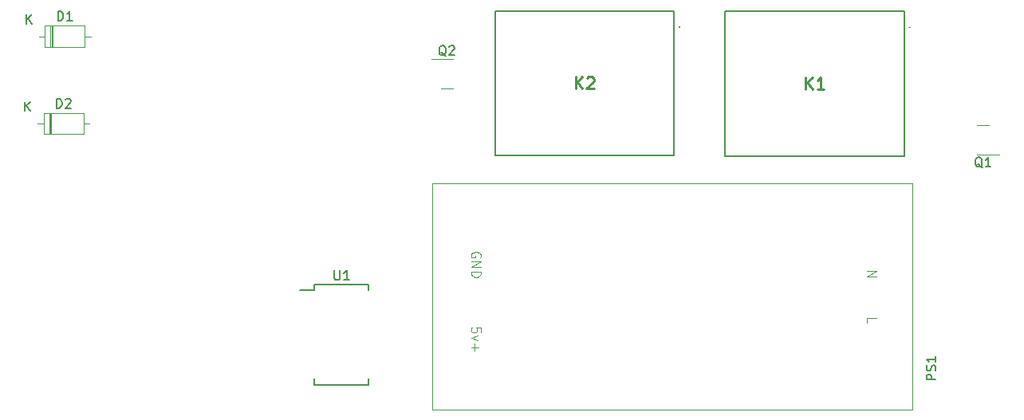
<source format=gbr>
%TF.GenerationSoftware,KiCad,Pcbnew,7.0.7*%
%TF.CreationDate,2023-12-17T16:56:00-07:00*%
%TF.ProjectId,Blank Cu Board,426c616e-6b20-4437-9520-426f6172642e,rev?*%
%TF.SameCoordinates,Original*%
%TF.FileFunction,Legend,Top*%
%TF.FilePolarity,Positive*%
%FSLAX46Y46*%
G04 Gerber Fmt 4.6, Leading zero omitted, Abs format (unit mm)*
G04 Created by KiCad (PCBNEW 7.0.7) date 2023-12-17 16:56:00*
%MOMM*%
%LPD*%
G01*
G04 APERTURE LIST*
%ADD10C,0.150000*%
%ADD11C,0.100000*%
%ADD12C,0.254000*%
%ADD13C,0.120000*%
%ADD14C,0.200000*%
G04 APERTURE END LIST*
D10*
X194774819Y-105814285D02*
X193774819Y-105814285D01*
X193774819Y-105814285D02*
X193774819Y-105433333D01*
X193774819Y-105433333D02*
X193822438Y-105338095D01*
X193822438Y-105338095D02*
X193870057Y-105290476D01*
X193870057Y-105290476D02*
X193965295Y-105242857D01*
X193965295Y-105242857D02*
X194108152Y-105242857D01*
X194108152Y-105242857D02*
X194203390Y-105290476D01*
X194203390Y-105290476D02*
X194251009Y-105338095D01*
X194251009Y-105338095D02*
X194298628Y-105433333D01*
X194298628Y-105433333D02*
X194298628Y-105814285D01*
X194727200Y-104861904D02*
X194774819Y-104719047D01*
X194774819Y-104719047D02*
X194774819Y-104480952D01*
X194774819Y-104480952D02*
X194727200Y-104385714D01*
X194727200Y-104385714D02*
X194679580Y-104338095D01*
X194679580Y-104338095D02*
X194584342Y-104290476D01*
X194584342Y-104290476D02*
X194489104Y-104290476D01*
X194489104Y-104290476D02*
X194393866Y-104338095D01*
X194393866Y-104338095D02*
X194346247Y-104385714D01*
X194346247Y-104385714D02*
X194298628Y-104480952D01*
X194298628Y-104480952D02*
X194251009Y-104671428D01*
X194251009Y-104671428D02*
X194203390Y-104766666D01*
X194203390Y-104766666D02*
X194155771Y-104814285D01*
X194155771Y-104814285D02*
X194060533Y-104861904D01*
X194060533Y-104861904D02*
X193965295Y-104861904D01*
X193965295Y-104861904D02*
X193870057Y-104814285D01*
X193870057Y-104814285D02*
X193822438Y-104766666D01*
X193822438Y-104766666D02*
X193774819Y-104671428D01*
X193774819Y-104671428D02*
X193774819Y-104433333D01*
X193774819Y-104433333D02*
X193822438Y-104290476D01*
X194774819Y-103338095D02*
X194774819Y-103909523D01*
X194774819Y-103623809D02*
X193774819Y-103623809D01*
X193774819Y-103623809D02*
X193917676Y-103719047D01*
X193917676Y-103719047D02*
X194012914Y-103814285D01*
X194012914Y-103814285D02*
X194060533Y-103909523D01*
D11*
X146399961Y-92807693D02*
X146447580Y-92712455D01*
X146447580Y-92712455D02*
X146447580Y-92569598D01*
X146447580Y-92569598D02*
X146399961Y-92426741D01*
X146399961Y-92426741D02*
X146304723Y-92331503D01*
X146304723Y-92331503D02*
X146209485Y-92283884D01*
X146209485Y-92283884D02*
X146019009Y-92236265D01*
X146019009Y-92236265D02*
X145876152Y-92236265D01*
X145876152Y-92236265D02*
X145685676Y-92283884D01*
X145685676Y-92283884D02*
X145590438Y-92331503D01*
X145590438Y-92331503D02*
X145495200Y-92426741D01*
X145495200Y-92426741D02*
X145447580Y-92569598D01*
X145447580Y-92569598D02*
X145447580Y-92664836D01*
X145447580Y-92664836D02*
X145495200Y-92807693D01*
X145495200Y-92807693D02*
X145542819Y-92855312D01*
X145542819Y-92855312D02*
X145876152Y-92855312D01*
X145876152Y-92855312D02*
X145876152Y-92664836D01*
X145447580Y-93283884D02*
X146447580Y-93283884D01*
X146447580Y-93283884D02*
X145447580Y-93855312D01*
X145447580Y-93855312D02*
X146447580Y-93855312D01*
X145447580Y-94331503D02*
X146447580Y-94331503D01*
X146447580Y-94331503D02*
X146447580Y-94569598D01*
X146447580Y-94569598D02*
X146399961Y-94712455D01*
X146399961Y-94712455D02*
X146304723Y-94807693D01*
X146304723Y-94807693D02*
X146209485Y-94855312D01*
X146209485Y-94855312D02*
X146019009Y-94902931D01*
X146019009Y-94902931D02*
X145876152Y-94902931D01*
X145876152Y-94902931D02*
X145685676Y-94855312D01*
X145685676Y-94855312D02*
X145590438Y-94807693D01*
X145590438Y-94807693D02*
X145495200Y-94712455D01*
X145495200Y-94712455D02*
X145447580Y-94569598D01*
X145447580Y-94569598D02*
X145447580Y-94331503D01*
X187447580Y-94283884D02*
X188447580Y-94283884D01*
X188447580Y-94283884D02*
X187447580Y-94855312D01*
X187447580Y-94855312D02*
X188447580Y-94855312D01*
X146447580Y-100760074D02*
X146447580Y-100283884D01*
X146447580Y-100283884D02*
X145971390Y-100236265D01*
X145971390Y-100236265D02*
X146019009Y-100283884D01*
X146019009Y-100283884D02*
X146066628Y-100379122D01*
X146066628Y-100379122D02*
X146066628Y-100617217D01*
X146066628Y-100617217D02*
X146019009Y-100712455D01*
X146019009Y-100712455D02*
X145971390Y-100760074D01*
X145971390Y-100760074D02*
X145876152Y-100807693D01*
X145876152Y-100807693D02*
X145638057Y-100807693D01*
X145638057Y-100807693D02*
X145542819Y-100760074D01*
X145542819Y-100760074D02*
X145495200Y-100712455D01*
X145495200Y-100712455D02*
X145447580Y-100617217D01*
X145447580Y-100617217D02*
X145447580Y-100379122D01*
X145447580Y-100379122D02*
X145495200Y-100283884D01*
X145495200Y-100283884D02*
X145542819Y-100236265D01*
X146114247Y-101141027D02*
X145447580Y-101379122D01*
X145447580Y-101379122D02*
X146114247Y-101617217D01*
X145828533Y-101998170D02*
X145828533Y-102760075D01*
X145447580Y-102379122D02*
X146209485Y-102379122D01*
X187447580Y-99760074D02*
X187447580Y-99283884D01*
X187447580Y-99283884D02*
X188447580Y-99283884D01*
D10*
X101419405Y-76954819D02*
X101419405Y-75954819D01*
X101419405Y-75954819D02*
X101657500Y-75954819D01*
X101657500Y-75954819D02*
X101800357Y-76002438D01*
X101800357Y-76002438D02*
X101895595Y-76097676D01*
X101895595Y-76097676D02*
X101943214Y-76192914D01*
X101943214Y-76192914D02*
X101990833Y-76383390D01*
X101990833Y-76383390D02*
X101990833Y-76526247D01*
X101990833Y-76526247D02*
X101943214Y-76716723D01*
X101943214Y-76716723D02*
X101895595Y-76811961D01*
X101895595Y-76811961D02*
X101800357Y-76907200D01*
X101800357Y-76907200D02*
X101657500Y-76954819D01*
X101657500Y-76954819D02*
X101419405Y-76954819D01*
X102371786Y-76050057D02*
X102419405Y-76002438D01*
X102419405Y-76002438D02*
X102514643Y-75954819D01*
X102514643Y-75954819D02*
X102752738Y-75954819D01*
X102752738Y-75954819D02*
X102847976Y-76002438D01*
X102847976Y-76002438D02*
X102895595Y-76050057D01*
X102895595Y-76050057D02*
X102943214Y-76145295D01*
X102943214Y-76145295D02*
X102943214Y-76240533D01*
X102943214Y-76240533D02*
X102895595Y-76383390D01*
X102895595Y-76383390D02*
X102324167Y-76954819D01*
X102324167Y-76954819D02*
X102943214Y-76954819D01*
X98085595Y-77274819D02*
X98085595Y-76274819D01*
X98657023Y-77274819D02*
X98228452Y-76703390D01*
X98657023Y-76274819D02*
X98085595Y-76846247D01*
X199704761Y-83290057D02*
X199609523Y-83242438D01*
X199609523Y-83242438D02*
X199514285Y-83147200D01*
X199514285Y-83147200D02*
X199371428Y-83004342D01*
X199371428Y-83004342D02*
X199276190Y-82956723D01*
X199276190Y-82956723D02*
X199180952Y-82956723D01*
X199228571Y-83194819D02*
X199133333Y-83147200D01*
X199133333Y-83147200D02*
X199038095Y-83051961D01*
X199038095Y-83051961D02*
X198990476Y-82861485D01*
X198990476Y-82861485D02*
X198990476Y-82528152D01*
X198990476Y-82528152D02*
X199038095Y-82337676D01*
X199038095Y-82337676D02*
X199133333Y-82242438D01*
X199133333Y-82242438D02*
X199228571Y-82194819D01*
X199228571Y-82194819D02*
X199419047Y-82194819D01*
X199419047Y-82194819D02*
X199514285Y-82242438D01*
X199514285Y-82242438D02*
X199609523Y-82337676D01*
X199609523Y-82337676D02*
X199657142Y-82528152D01*
X199657142Y-82528152D02*
X199657142Y-82861485D01*
X199657142Y-82861485D02*
X199609523Y-83051961D01*
X199609523Y-83051961D02*
X199514285Y-83147200D01*
X199514285Y-83147200D02*
X199419047Y-83194819D01*
X199419047Y-83194819D02*
X199228571Y-83194819D01*
X200609523Y-83194819D02*
X200038095Y-83194819D01*
X200323809Y-83194819D02*
X200323809Y-82194819D01*
X200323809Y-82194819D02*
X200228571Y-82337676D01*
X200228571Y-82337676D02*
X200133333Y-82432914D01*
X200133333Y-82432914D02*
X200038095Y-82480533D01*
D12*
X180962618Y-74934318D02*
X180962618Y-73664318D01*
X181688333Y-74934318D02*
X181144047Y-74208603D01*
X181688333Y-73664318D02*
X180962618Y-74390032D01*
X182897857Y-74934318D02*
X182172142Y-74934318D01*
X182534999Y-74934318D02*
X182534999Y-73664318D01*
X182534999Y-73664318D02*
X182414047Y-73845746D01*
X182414047Y-73845746D02*
X182293095Y-73966699D01*
X182293095Y-73966699D02*
X182172142Y-74027175D01*
X156532618Y-74894318D02*
X156532618Y-73624318D01*
X157258333Y-74894318D02*
X156714047Y-74168603D01*
X157258333Y-73624318D02*
X156532618Y-74350032D01*
X157742142Y-73745270D02*
X157802618Y-73684794D01*
X157802618Y-73684794D02*
X157923571Y-73624318D01*
X157923571Y-73624318D02*
X158225952Y-73624318D01*
X158225952Y-73624318D02*
X158346904Y-73684794D01*
X158346904Y-73684794D02*
X158407380Y-73745270D01*
X158407380Y-73745270D02*
X158467857Y-73866222D01*
X158467857Y-73866222D02*
X158467857Y-73987175D01*
X158467857Y-73987175D02*
X158407380Y-74168603D01*
X158407380Y-74168603D02*
X157681666Y-74894318D01*
X157681666Y-74894318D02*
X158467857Y-74894318D01*
D10*
X130928095Y-94209819D02*
X130928095Y-95019342D01*
X130928095Y-95019342D02*
X130975714Y-95114580D01*
X130975714Y-95114580D02*
X131023333Y-95162200D01*
X131023333Y-95162200D02*
X131118571Y-95209819D01*
X131118571Y-95209819D02*
X131309047Y-95209819D01*
X131309047Y-95209819D02*
X131404285Y-95162200D01*
X131404285Y-95162200D02*
X131451904Y-95114580D01*
X131451904Y-95114580D02*
X131499523Y-95019342D01*
X131499523Y-95019342D02*
X131499523Y-94209819D01*
X132499523Y-95209819D02*
X131928095Y-95209819D01*
X132213809Y-95209819D02*
X132213809Y-94209819D01*
X132213809Y-94209819D02*
X132118571Y-94352676D01*
X132118571Y-94352676D02*
X132023333Y-94447914D01*
X132023333Y-94447914D02*
X131928095Y-94495533D01*
X142772261Y-71430057D02*
X142677023Y-71382438D01*
X142677023Y-71382438D02*
X142581785Y-71287200D01*
X142581785Y-71287200D02*
X142438928Y-71144342D01*
X142438928Y-71144342D02*
X142343690Y-71096723D01*
X142343690Y-71096723D02*
X142248452Y-71096723D01*
X142296071Y-71334819D02*
X142200833Y-71287200D01*
X142200833Y-71287200D02*
X142105595Y-71191961D01*
X142105595Y-71191961D02*
X142057976Y-71001485D01*
X142057976Y-71001485D02*
X142057976Y-70668152D01*
X142057976Y-70668152D02*
X142105595Y-70477676D01*
X142105595Y-70477676D02*
X142200833Y-70382438D01*
X142200833Y-70382438D02*
X142296071Y-70334819D01*
X142296071Y-70334819D02*
X142486547Y-70334819D01*
X142486547Y-70334819D02*
X142581785Y-70382438D01*
X142581785Y-70382438D02*
X142677023Y-70477676D01*
X142677023Y-70477676D02*
X142724642Y-70668152D01*
X142724642Y-70668152D02*
X142724642Y-71001485D01*
X142724642Y-71001485D02*
X142677023Y-71191961D01*
X142677023Y-71191961D02*
X142581785Y-71287200D01*
X142581785Y-71287200D02*
X142486547Y-71334819D01*
X142486547Y-71334819D02*
X142296071Y-71334819D01*
X143105595Y-70430057D02*
X143153214Y-70382438D01*
X143153214Y-70382438D02*
X143248452Y-70334819D01*
X143248452Y-70334819D02*
X143486547Y-70334819D01*
X143486547Y-70334819D02*
X143581785Y-70382438D01*
X143581785Y-70382438D02*
X143629404Y-70430057D01*
X143629404Y-70430057D02*
X143677023Y-70525295D01*
X143677023Y-70525295D02*
X143677023Y-70620533D01*
X143677023Y-70620533D02*
X143629404Y-70763390D01*
X143629404Y-70763390D02*
X143057976Y-71334819D01*
X143057976Y-71334819D02*
X143677023Y-71334819D01*
X101576905Y-67664819D02*
X101576905Y-66664819D01*
X101576905Y-66664819D02*
X101815000Y-66664819D01*
X101815000Y-66664819D02*
X101957857Y-66712438D01*
X101957857Y-66712438D02*
X102053095Y-66807676D01*
X102053095Y-66807676D02*
X102100714Y-66902914D01*
X102100714Y-66902914D02*
X102148333Y-67093390D01*
X102148333Y-67093390D02*
X102148333Y-67236247D01*
X102148333Y-67236247D02*
X102100714Y-67426723D01*
X102100714Y-67426723D02*
X102053095Y-67521961D01*
X102053095Y-67521961D02*
X101957857Y-67617200D01*
X101957857Y-67617200D02*
X101815000Y-67664819D01*
X101815000Y-67664819D02*
X101576905Y-67664819D01*
X103100714Y-67664819D02*
X102529286Y-67664819D01*
X102815000Y-67664819D02*
X102815000Y-66664819D01*
X102815000Y-66664819D02*
X102719762Y-66807676D01*
X102719762Y-66807676D02*
X102624524Y-66902914D01*
X102624524Y-66902914D02*
X102529286Y-66950533D01*
X98243095Y-67984819D02*
X98243095Y-66984819D01*
X98814523Y-67984819D02*
X98385952Y-67413390D01*
X98814523Y-66984819D02*
X98243095Y-67556247D01*
D11*
%TO.C,PS1*%
X192320000Y-84980000D02*
X141320000Y-84980000D01*
X141320000Y-84980000D02*
X141320000Y-108980000D01*
X141320000Y-108980000D02*
X192320000Y-108980000D01*
X192320000Y-108980000D02*
X192320000Y-84980000D01*
D13*
%TO.C,D2*%
X99387500Y-78620000D02*
X100037500Y-78620000D01*
X100037500Y-77500000D02*
X100037500Y-79740000D01*
X100037500Y-79740000D02*
X104277500Y-79740000D01*
X100637500Y-77500000D02*
X100637500Y-79740000D01*
X100757500Y-77500000D02*
X100757500Y-79740000D01*
X100877500Y-77500000D02*
X100877500Y-79740000D01*
X104277500Y-77500000D02*
X100037500Y-77500000D01*
X104277500Y-79740000D02*
X104277500Y-77500000D01*
X104927500Y-78620000D02*
X104277500Y-78620000D01*
%TO.C,Q1*%
X199800000Y-81900000D02*
X201475000Y-81900000D01*
X199800000Y-81900000D02*
X199150000Y-81900000D01*
X199800000Y-78780000D02*
X200450000Y-78780000D01*
X199800000Y-78780000D02*
X199150000Y-78780000D01*
D11*
%TO.C,K1*%
X192000000Y-68360000D02*
X192000000Y-68360000D01*
X191900000Y-68360000D02*
X191900000Y-68360000D01*
D14*
X191400000Y-82060000D02*
X191400000Y-66660000D01*
X191400000Y-66660000D02*
X172400000Y-66660000D01*
X172400000Y-82060000D02*
X191400000Y-82060000D01*
X172400000Y-66660000D02*
X172400000Y-82060000D01*
D11*
X191900000Y-68360000D02*
G75*
G03*
X192000000Y-68360000I50000J0D01*
G01*
X192000000Y-68360000D02*
G75*
G03*
X191900000Y-68360000I-50000J0D01*
G01*
%TO.C,K2*%
X167570000Y-68320000D02*
X167570000Y-68320000D01*
X167470000Y-68320000D02*
X167470000Y-68320000D01*
D14*
X166970000Y-82020000D02*
X166970000Y-66620000D01*
X166970000Y-66620000D02*
X147970000Y-66620000D01*
X147970000Y-82020000D02*
X166970000Y-82020000D01*
X147970000Y-66620000D02*
X147970000Y-82020000D01*
D11*
X167470000Y-68320000D02*
G75*
G03*
X167570000Y-68320000I50000J0D01*
G01*
X167570000Y-68320000D02*
G75*
G03*
X167470000Y-68320000I-50000J0D01*
G01*
D10*
%TO.C,U1*%
X128815000Y-95680000D02*
X128815000Y-96255000D01*
X128815000Y-95680000D02*
X134565000Y-95680000D01*
X128815000Y-96255000D02*
X127215000Y-96255000D01*
X128815000Y-106330000D02*
X128815000Y-105680000D01*
X128815000Y-106330000D02*
X134565000Y-106330000D01*
X134565000Y-95680000D02*
X134565000Y-96330000D01*
X134565000Y-106330000D02*
X134565000Y-105680000D01*
D13*
%TO.C,Q2*%
X142867500Y-71720000D02*
X141192500Y-71720000D01*
X142867500Y-71720000D02*
X143517500Y-71720000D01*
X142867500Y-74840000D02*
X142217500Y-74840000D01*
X142867500Y-74840000D02*
X143517500Y-74840000D01*
%TO.C,D1*%
X99545000Y-69330000D02*
X100195000Y-69330000D01*
X100195000Y-68210000D02*
X100195000Y-70450000D01*
X100195000Y-70450000D02*
X104435000Y-70450000D01*
X100795000Y-68210000D02*
X100795000Y-70450000D01*
X100915000Y-68210000D02*
X100915000Y-70450000D01*
X101035000Y-68210000D02*
X101035000Y-70450000D01*
X104435000Y-68210000D02*
X100195000Y-68210000D01*
X104435000Y-70450000D02*
X104435000Y-68210000D01*
X105085000Y-69330000D02*
X104435000Y-69330000D01*
%TD*%
M02*

</source>
